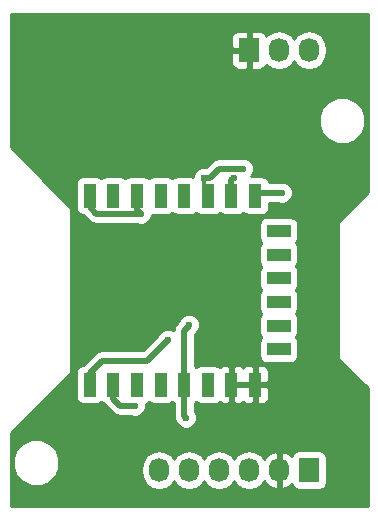
<source format=gbl>
G04 #@! TF.FileFunction,Copper,L2,Bot,Signal*
%FSLAX46Y46*%
G04 Gerber Fmt 4.6, Leading zero omitted, Abs format (unit mm)*
G04 Created by KiCad (PCBNEW 4.0.3-stable) date 10/10/16 00:03:39*
%MOMM*%
%LPD*%
G01*
G04 APERTURE LIST*
%ADD10C,0.100000*%
%ADD11R,1.100000X2.000000*%
%ADD12R,2.000000X1.100000*%
%ADD13R,1.727200X2.032000*%
%ADD14O,1.727200X2.032000*%
%ADD15C,0.600000*%
%ADD16C,0.500000*%
%ADD17C,0.375000*%
%ADD18C,0.254000*%
G04 APERTURE END LIST*
D10*
D11*
X22098000Y-32766000D03*
X20098000Y-32766000D03*
X18098000Y-32766000D03*
X16098000Y-32766000D03*
X14098000Y-32766000D03*
X12098000Y-32766000D03*
X10098000Y-32766000D03*
X8098000Y-32766000D03*
X8098000Y-16766000D03*
X10098000Y-16766000D03*
X12098000Y-16766000D03*
X14098000Y-16766000D03*
X16098000Y-16766000D03*
X18098000Y-16766000D03*
X20098000Y-16766000D03*
X22098000Y-16766000D03*
D12*
X24098000Y-19766000D03*
X24098000Y-21766000D03*
X24098000Y-23766000D03*
X24098000Y-25766000D03*
X24098000Y-27766000D03*
X24098000Y-29766000D03*
D13*
X26670000Y-40005000D03*
D14*
X24130000Y-40005000D03*
X21590000Y-40005000D03*
X19050000Y-40005000D03*
X16510000Y-40005000D03*
X13970000Y-40005000D03*
D13*
X21590000Y-4445000D03*
D14*
X24130000Y-4445000D03*
X26670000Y-4445000D03*
D15*
X23876000Y-10414000D03*
X11430000Y-25146000D03*
X17780000Y-14224000D03*
X21082000Y-34544000D03*
X18288000Y-8382000D03*
X20320000Y-20320000D03*
X24384000Y-16510000D03*
X12446000Y-18288000D03*
X14732000Y-28956000D03*
X11938000Y-34544000D03*
X21082000Y-14478000D03*
X17780000Y-15240000D03*
X20320000Y-15240000D03*
X16510000Y-27686000D03*
X16256000Y-35560000D03*
D16*
X24384000Y-16510000D02*
X22354000Y-16510000D01*
X22354000Y-16510000D02*
X22098000Y-16766000D01*
X12446000Y-18288000D02*
X8636000Y-18288000D01*
X8636000Y-18288000D02*
X8098000Y-17750000D01*
X8098000Y-17750000D02*
X8098000Y-16766000D01*
X12098000Y-17940000D02*
X12098000Y-16766000D01*
X12446000Y-18288000D02*
X12098000Y-17940000D01*
D17*
X8098000Y-32766000D02*
X8098000Y-31780000D01*
D16*
X8098000Y-31780000D02*
X9144000Y-30734000D01*
X9144000Y-30734000D02*
X12954000Y-30734000D01*
X12954000Y-30734000D02*
X14732000Y-28956000D01*
X10098000Y-32766000D02*
X10098000Y-33974000D01*
X10668000Y-34544000D02*
X10098000Y-33974000D01*
X10668000Y-34544000D02*
X11938000Y-34544000D01*
X17780000Y-15240000D02*
X18288000Y-15240000D01*
X19050000Y-14478000D02*
X21082000Y-14478000D01*
X18288000Y-15240000D02*
X19050000Y-14478000D01*
D17*
X17780000Y-15240000D02*
X17780000Y-16448000D01*
X17780000Y-16448000D02*
X18098000Y-16766000D01*
D16*
X20098000Y-16766000D02*
X20098000Y-15462000D01*
X20098000Y-15462000D02*
X20320000Y-15240000D01*
X16510000Y-27686000D02*
X16510000Y-27782000D01*
X16098000Y-28194000D02*
X16510000Y-27782000D01*
X16098000Y-32766000D02*
X16098000Y-28194000D01*
X16098000Y-35402000D02*
X16098000Y-32766000D01*
X16256000Y-35560000D02*
X16098000Y-35402000D01*
D18*
G36*
X31623000Y-16457394D02*
X29120197Y-18960197D01*
X29092334Y-19002211D01*
X29083000Y-19050000D01*
X29083000Y-30480000D01*
X29093006Y-30529410D01*
X29120197Y-30569803D01*
X31623000Y-33072606D01*
X31623000Y-43053000D01*
X1397000Y-43053000D01*
X1397000Y-39763109D01*
X1570657Y-39763109D01*
X1872218Y-40492943D01*
X2430120Y-41051819D01*
X3159427Y-41354654D01*
X3949109Y-41355343D01*
X4678943Y-41053782D01*
X5237819Y-40495880D01*
X5518363Y-39820255D01*
X12471400Y-39820255D01*
X12471400Y-40189745D01*
X12585474Y-40763234D01*
X12910330Y-41249415D01*
X13396511Y-41574271D01*
X13970000Y-41688345D01*
X14543489Y-41574271D01*
X15029670Y-41249415D01*
X15240000Y-40934634D01*
X15450330Y-41249415D01*
X15936511Y-41574271D01*
X16510000Y-41688345D01*
X17083489Y-41574271D01*
X17569670Y-41249415D01*
X17780000Y-40934634D01*
X17990330Y-41249415D01*
X18476511Y-41574271D01*
X19050000Y-41688345D01*
X19623489Y-41574271D01*
X20109670Y-41249415D01*
X20320000Y-40934634D01*
X20530330Y-41249415D01*
X21016511Y-41574271D01*
X21590000Y-41688345D01*
X22163489Y-41574271D01*
X22649670Y-41249415D01*
X22856461Y-40939931D01*
X23227964Y-41355732D01*
X23755209Y-41609709D01*
X23770974Y-41612358D01*
X24003000Y-41491217D01*
X24003000Y-40132000D01*
X23983000Y-40132000D01*
X23983000Y-39878000D01*
X24003000Y-39878000D01*
X24003000Y-38518783D01*
X24257000Y-38518783D01*
X24257000Y-39878000D01*
X24277000Y-39878000D01*
X24277000Y-40132000D01*
X24257000Y-40132000D01*
X24257000Y-41491217D01*
X24489026Y-41612358D01*
X24504791Y-41609709D01*
X25032036Y-41355732D01*
X25188907Y-41180155D01*
X25203238Y-41256317D01*
X25342310Y-41472441D01*
X25554510Y-41617431D01*
X25806400Y-41668440D01*
X27533600Y-41668440D01*
X27768917Y-41624162D01*
X27985041Y-41485090D01*
X28130031Y-41272890D01*
X28181040Y-41021000D01*
X28181040Y-38989000D01*
X28136762Y-38753683D01*
X27997690Y-38537559D01*
X27785490Y-38392569D01*
X27533600Y-38341560D01*
X25806400Y-38341560D01*
X25571083Y-38385838D01*
X25354959Y-38524910D01*
X25209969Y-38737110D01*
X25190768Y-38831927D01*
X25032036Y-38654268D01*
X24504791Y-38400291D01*
X24489026Y-38397642D01*
X24257000Y-38518783D01*
X24003000Y-38518783D01*
X23770974Y-38397642D01*
X23755209Y-38400291D01*
X23227964Y-38654268D01*
X22856461Y-39070069D01*
X22649670Y-38760585D01*
X22163489Y-38435729D01*
X21590000Y-38321655D01*
X21016511Y-38435729D01*
X20530330Y-38760585D01*
X20320000Y-39075366D01*
X20109670Y-38760585D01*
X19623489Y-38435729D01*
X19050000Y-38321655D01*
X18476511Y-38435729D01*
X17990330Y-38760585D01*
X17780000Y-39075366D01*
X17569670Y-38760585D01*
X17083489Y-38435729D01*
X16510000Y-38321655D01*
X15936511Y-38435729D01*
X15450330Y-38760585D01*
X15240000Y-39075366D01*
X15029670Y-38760585D01*
X14543489Y-38435729D01*
X13970000Y-38321655D01*
X13396511Y-38435729D01*
X12910330Y-38760585D01*
X12585474Y-39246766D01*
X12471400Y-39820255D01*
X5518363Y-39820255D01*
X5540654Y-39766573D01*
X5541343Y-38976891D01*
X5239782Y-38247057D01*
X4681880Y-37688181D01*
X3952573Y-37385346D01*
X3162891Y-37384657D01*
X2433057Y-37686218D01*
X1874181Y-38244120D01*
X1571346Y-38973427D01*
X1570657Y-39763109D01*
X1397000Y-39763109D01*
X1397000Y-36882606D01*
X6439803Y-31839803D01*
X6467666Y-31797789D01*
X6473874Y-31766000D01*
X6900560Y-31766000D01*
X6900560Y-33766000D01*
X6944838Y-34001317D01*
X7083910Y-34217441D01*
X7296110Y-34362431D01*
X7548000Y-34413440D01*
X8648000Y-34413440D01*
X8883317Y-34369162D01*
X9099441Y-34230090D01*
X9100390Y-34228701D01*
X9296110Y-34362431D01*
X9316352Y-34366530D01*
X9339384Y-34401000D01*
X9472210Y-34599790D01*
X10042208Y-35169787D01*
X10042210Y-35169790D01*
X10329325Y-35361633D01*
X10385516Y-35372810D01*
X10668000Y-35429001D01*
X10668005Y-35429000D01*
X11631178Y-35429000D01*
X11751201Y-35478838D01*
X12123167Y-35479162D01*
X12466943Y-35337117D01*
X12730192Y-35074327D01*
X12872838Y-34730799D01*
X12873151Y-34371075D01*
X12883317Y-34369162D01*
X13099441Y-34230090D01*
X13100390Y-34228701D01*
X13296110Y-34362431D01*
X13548000Y-34413440D01*
X14648000Y-34413440D01*
X14883317Y-34369162D01*
X15099441Y-34230090D01*
X15100390Y-34228701D01*
X15213000Y-34305644D01*
X15213000Y-35401995D01*
X15212999Y-35402000D01*
X15244428Y-35560000D01*
X15280367Y-35740675D01*
X15381556Y-35892116D01*
X15462883Y-36088943D01*
X15725673Y-36352192D01*
X16069201Y-36494838D01*
X16441167Y-36495162D01*
X16784943Y-36353117D01*
X17048192Y-36090327D01*
X17190838Y-35746799D01*
X17191162Y-35374833D01*
X17049117Y-35031057D01*
X16983000Y-34964825D01*
X16983000Y-34305018D01*
X17099441Y-34230090D01*
X17100390Y-34228701D01*
X17296110Y-34362431D01*
X17548000Y-34413440D01*
X18648000Y-34413440D01*
X18883317Y-34369162D01*
X19099441Y-34230090D01*
X19105377Y-34221402D01*
X19188301Y-34304327D01*
X19421690Y-34401000D01*
X19812250Y-34401000D01*
X19971000Y-34242250D01*
X19971000Y-32893000D01*
X20225000Y-32893000D01*
X20225000Y-34242250D01*
X20383750Y-34401000D01*
X20774310Y-34401000D01*
X21007699Y-34304327D01*
X21098000Y-34214025D01*
X21188301Y-34304327D01*
X21421690Y-34401000D01*
X21812250Y-34401000D01*
X21971000Y-34242250D01*
X21971000Y-32893000D01*
X22225000Y-32893000D01*
X22225000Y-34242250D01*
X22383750Y-34401000D01*
X22774310Y-34401000D01*
X23007699Y-34304327D01*
X23186327Y-34125698D01*
X23283000Y-33892309D01*
X23283000Y-33051750D01*
X23124250Y-32893000D01*
X22225000Y-32893000D01*
X21971000Y-32893000D01*
X20225000Y-32893000D01*
X19971000Y-32893000D01*
X19951000Y-32893000D01*
X19951000Y-32639000D01*
X19971000Y-32639000D01*
X19971000Y-31289750D01*
X20225000Y-31289750D01*
X20225000Y-32639000D01*
X21971000Y-32639000D01*
X21971000Y-31289750D01*
X22225000Y-31289750D01*
X22225000Y-32639000D01*
X23124250Y-32639000D01*
X23283000Y-32480250D01*
X23283000Y-31639691D01*
X23186327Y-31406302D01*
X23007699Y-31227673D01*
X22774310Y-31131000D01*
X22383750Y-31131000D01*
X22225000Y-31289750D01*
X21971000Y-31289750D01*
X21812250Y-31131000D01*
X21421690Y-31131000D01*
X21188301Y-31227673D01*
X21098000Y-31317975D01*
X21007699Y-31227673D01*
X20774310Y-31131000D01*
X20383750Y-31131000D01*
X20225000Y-31289750D01*
X19971000Y-31289750D01*
X19812250Y-31131000D01*
X19421690Y-31131000D01*
X19188301Y-31227673D01*
X19105748Y-31310226D01*
X18899890Y-31169569D01*
X18648000Y-31118560D01*
X17548000Y-31118560D01*
X17312683Y-31162838D01*
X17096559Y-31301910D01*
X17095610Y-31303299D01*
X16983000Y-31226356D01*
X16983000Y-28560579D01*
X17135787Y-28407792D01*
X17135790Y-28407790D01*
X17186659Y-28331658D01*
X17302192Y-28216327D01*
X17444838Y-27872799D01*
X17445162Y-27500833D01*
X17303117Y-27157057D01*
X17040327Y-26893808D01*
X16696799Y-26751162D01*
X16324833Y-26750838D01*
X15981057Y-26892883D01*
X15717808Y-27155673D01*
X15599265Y-27441156D01*
X15472210Y-27568210D01*
X15280367Y-27855325D01*
X15280367Y-27855326D01*
X15222310Y-28147191D01*
X14918799Y-28021162D01*
X14546833Y-28020838D01*
X14203057Y-28162883D01*
X13939808Y-28425673D01*
X13889434Y-28546987D01*
X12587420Y-29849000D01*
X9144000Y-29849000D01*
X8805325Y-29916367D01*
X8518210Y-30108210D01*
X8518208Y-30108213D01*
X7498557Y-31127863D01*
X7312683Y-31162838D01*
X7096559Y-31301910D01*
X6951569Y-31514110D01*
X6900560Y-31766000D01*
X6473874Y-31766000D01*
X6477000Y-31750000D01*
X6477000Y-17780000D01*
X6466994Y-17730590D01*
X6439803Y-17690197D01*
X4515606Y-15766000D01*
X6900560Y-15766000D01*
X6900560Y-17766000D01*
X6944838Y-18001317D01*
X7083910Y-18217441D01*
X7296110Y-18362431D01*
X7500175Y-18403755D01*
X8010208Y-18913787D01*
X8010210Y-18913790D01*
X8297325Y-19105633D01*
X8353516Y-19116810D01*
X8636000Y-19173001D01*
X8636005Y-19173000D01*
X12139178Y-19173000D01*
X12259201Y-19222838D01*
X12631167Y-19223162D01*
X12648500Y-19216000D01*
X22450560Y-19216000D01*
X22450560Y-20316000D01*
X22494838Y-20551317D01*
X22633910Y-20767441D01*
X22635299Y-20768390D01*
X22501569Y-20964110D01*
X22450560Y-21216000D01*
X22450560Y-22316000D01*
X22494838Y-22551317D01*
X22633910Y-22767441D01*
X22635299Y-22768390D01*
X22501569Y-22964110D01*
X22450560Y-23216000D01*
X22450560Y-24316000D01*
X22494838Y-24551317D01*
X22633910Y-24767441D01*
X22635299Y-24768390D01*
X22501569Y-24964110D01*
X22450560Y-25216000D01*
X22450560Y-26316000D01*
X22494838Y-26551317D01*
X22633910Y-26767441D01*
X22635299Y-26768390D01*
X22501569Y-26964110D01*
X22450560Y-27216000D01*
X22450560Y-28316000D01*
X22494838Y-28551317D01*
X22633910Y-28767441D01*
X22635299Y-28768390D01*
X22501569Y-28964110D01*
X22450560Y-29216000D01*
X22450560Y-30316000D01*
X22494838Y-30551317D01*
X22633910Y-30767441D01*
X22846110Y-30912431D01*
X23098000Y-30963440D01*
X25098000Y-30963440D01*
X25333317Y-30919162D01*
X25549441Y-30780090D01*
X25694431Y-30567890D01*
X25745440Y-30316000D01*
X25745440Y-29216000D01*
X25701162Y-28980683D01*
X25562090Y-28764559D01*
X25560701Y-28763610D01*
X25694431Y-28567890D01*
X25745440Y-28316000D01*
X25745440Y-27216000D01*
X25701162Y-26980683D01*
X25562090Y-26764559D01*
X25560701Y-26763610D01*
X25694431Y-26567890D01*
X25745440Y-26316000D01*
X25745440Y-25216000D01*
X25701162Y-24980683D01*
X25562090Y-24764559D01*
X25560701Y-24763610D01*
X25694431Y-24567890D01*
X25745440Y-24316000D01*
X25745440Y-23216000D01*
X25701162Y-22980683D01*
X25562090Y-22764559D01*
X25560701Y-22763610D01*
X25694431Y-22567890D01*
X25745440Y-22316000D01*
X25745440Y-21216000D01*
X25701162Y-20980683D01*
X25562090Y-20764559D01*
X25560701Y-20763610D01*
X25694431Y-20567890D01*
X25745440Y-20316000D01*
X25745440Y-19216000D01*
X25701162Y-18980683D01*
X25562090Y-18764559D01*
X25349890Y-18619569D01*
X25098000Y-18568560D01*
X23098000Y-18568560D01*
X22862683Y-18612838D01*
X22646559Y-18751910D01*
X22501569Y-18964110D01*
X22450560Y-19216000D01*
X12648500Y-19216000D01*
X12974943Y-19081117D01*
X13238192Y-18818327D01*
X13380838Y-18474799D01*
X13380921Y-18379606D01*
X13548000Y-18413440D01*
X14648000Y-18413440D01*
X14883317Y-18369162D01*
X15099441Y-18230090D01*
X15100390Y-18228701D01*
X15296110Y-18362431D01*
X15548000Y-18413440D01*
X16648000Y-18413440D01*
X16883317Y-18369162D01*
X17099441Y-18230090D01*
X17100390Y-18228701D01*
X17296110Y-18362431D01*
X17548000Y-18413440D01*
X18648000Y-18413440D01*
X18883317Y-18369162D01*
X19099441Y-18230090D01*
X19100390Y-18228701D01*
X19296110Y-18362431D01*
X19548000Y-18413440D01*
X20648000Y-18413440D01*
X20883317Y-18369162D01*
X21099441Y-18230090D01*
X21100390Y-18228701D01*
X21296110Y-18362431D01*
X21548000Y-18413440D01*
X22648000Y-18413440D01*
X22883317Y-18369162D01*
X23099441Y-18230090D01*
X23244431Y-18017890D01*
X23295440Y-17766000D01*
X23295440Y-17395000D01*
X24077178Y-17395000D01*
X24197201Y-17444838D01*
X24569167Y-17445162D01*
X24912943Y-17303117D01*
X25176192Y-17040327D01*
X25318838Y-16696799D01*
X25319162Y-16324833D01*
X25177117Y-15981057D01*
X24914327Y-15717808D01*
X24570799Y-15575162D01*
X24198833Y-15574838D01*
X24077431Y-15625000D01*
X23268909Y-15625000D01*
X23251162Y-15530683D01*
X23112090Y-15314559D01*
X22899890Y-15169569D01*
X22648000Y-15118560D01*
X21763766Y-15118560D01*
X21874192Y-15008327D01*
X22016838Y-14664799D01*
X22017162Y-14292833D01*
X21875117Y-13949057D01*
X21612327Y-13685808D01*
X21268799Y-13543162D01*
X20896833Y-13542838D01*
X20775431Y-13593000D01*
X19050005Y-13593000D01*
X19050000Y-13592999D01*
X18767516Y-13649190D01*
X18711325Y-13660367D01*
X18424210Y-13852210D01*
X18424208Y-13852213D01*
X17969950Y-14306470D01*
X17966799Y-14305162D01*
X17594833Y-14304838D01*
X17251057Y-14446883D01*
X16987808Y-14709673D01*
X16845162Y-15053201D01*
X16845070Y-15158468D01*
X16648000Y-15118560D01*
X15548000Y-15118560D01*
X15312683Y-15162838D01*
X15096559Y-15301910D01*
X15095610Y-15303299D01*
X14899890Y-15169569D01*
X14648000Y-15118560D01*
X13548000Y-15118560D01*
X13312683Y-15162838D01*
X13096559Y-15301910D01*
X13095610Y-15303299D01*
X12899890Y-15169569D01*
X12648000Y-15118560D01*
X11548000Y-15118560D01*
X11312683Y-15162838D01*
X11096559Y-15301910D01*
X11095610Y-15303299D01*
X10899890Y-15169569D01*
X10648000Y-15118560D01*
X9548000Y-15118560D01*
X9312683Y-15162838D01*
X9096559Y-15301910D01*
X9095610Y-15303299D01*
X8899890Y-15169569D01*
X8648000Y-15118560D01*
X7548000Y-15118560D01*
X7312683Y-15162838D01*
X7096559Y-15301910D01*
X6951569Y-15514110D01*
X6900560Y-15766000D01*
X4515606Y-15766000D01*
X1397000Y-12647394D01*
X1397000Y-10807109D01*
X27478657Y-10807109D01*
X27780218Y-11536943D01*
X28338120Y-12095819D01*
X29067427Y-12398654D01*
X29857109Y-12399343D01*
X30586943Y-12097782D01*
X31145819Y-11539880D01*
X31448654Y-10810573D01*
X31449343Y-10020891D01*
X31147782Y-9291057D01*
X30589880Y-8732181D01*
X29860573Y-8429346D01*
X29070891Y-8428657D01*
X28341057Y-8730218D01*
X27782181Y-9288120D01*
X27479346Y-10017427D01*
X27478657Y-10807109D01*
X1397000Y-10807109D01*
X1397000Y-4730750D01*
X20091400Y-4730750D01*
X20091400Y-5587309D01*
X20188073Y-5820698D01*
X20366701Y-5999327D01*
X20600090Y-6096000D01*
X21304250Y-6096000D01*
X21463000Y-5937250D01*
X21463000Y-4572000D01*
X20250150Y-4572000D01*
X20091400Y-4730750D01*
X1397000Y-4730750D01*
X1397000Y-3302691D01*
X20091400Y-3302691D01*
X20091400Y-4159250D01*
X20250150Y-4318000D01*
X21463000Y-4318000D01*
X21463000Y-2952750D01*
X21717000Y-2952750D01*
X21717000Y-4318000D01*
X21737000Y-4318000D01*
X21737000Y-4572000D01*
X21717000Y-4572000D01*
X21717000Y-5937250D01*
X21875750Y-6096000D01*
X22579910Y-6096000D01*
X22813299Y-5999327D01*
X22991927Y-5820698D01*
X23055500Y-5667220D01*
X23070330Y-5689415D01*
X23556511Y-6014271D01*
X24130000Y-6128345D01*
X24703489Y-6014271D01*
X25189670Y-5689415D01*
X25400000Y-5374634D01*
X25610330Y-5689415D01*
X26096511Y-6014271D01*
X26670000Y-6128345D01*
X27243489Y-6014271D01*
X27729670Y-5689415D01*
X28054526Y-5203234D01*
X28168600Y-4629745D01*
X28168600Y-4260255D01*
X28054526Y-3686766D01*
X27729670Y-3200585D01*
X27243489Y-2875729D01*
X26670000Y-2761655D01*
X26096511Y-2875729D01*
X25610330Y-3200585D01*
X25400000Y-3515366D01*
X25189670Y-3200585D01*
X24703489Y-2875729D01*
X24130000Y-2761655D01*
X23556511Y-2875729D01*
X23070330Y-3200585D01*
X23055500Y-3222780D01*
X22991927Y-3069302D01*
X22813299Y-2890673D01*
X22579910Y-2794000D01*
X21875750Y-2794000D01*
X21717000Y-2952750D01*
X21463000Y-2952750D01*
X21304250Y-2794000D01*
X20600090Y-2794000D01*
X20366701Y-2890673D01*
X20188073Y-3069302D01*
X20091400Y-3302691D01*
X1397000Y-3302691D01*
X1397000Y-1397000D01*
X31623000Y-1397000D01*
X31623000Y-16457394D01*
X31623000Y-16457394D01*
G37*
X31623000Y-16457394D02*
X29120197Y-18960197D01*
X29092334Y-19002211D01*
X29083000Y-19050000D01*
X29083000Y-30480000D01*
X29093006Y-30529410D01*
X29120197Y-30569803D01*
X31623000Y-33072606D01*
X31623000Y-43053000D01*
X1397000Y-43053000D01*
X1397000Y-39763109D01*
X1570657Y-39763109D01*
X1872218Y-40492943D01*
X2430120Y-41051819D01*
X3159427Y-41354654D01*
X3949109Y-41355343D01*
X4678943Y-41053782D01*
X5237819Y-40495880D01*
X5518363Y-39820255D01*
X12471400Y-39820255D01*
X12471400Y-40189745D01*
X12585474Y-40763234D01*
X12910330Y-41249415D01*
X13396511Y-41574271D01*
X13970000Y-41688345D01*
X14543489Y-41574271D01*
X15029670Y-41249415D01*
X15240000Y-40934634D01*
X15450330Y-41249415D01*
X15936511Y-41574271D01*
X16510000Y-41688345D01*
X17083489Y-41574271D01*
X17569670Y-41249415D01*
X17780000Y-40934634D01*
X17990330Y-41249415D01*
X18476511Y-41574271D01*
X19050000Y-41688345D01*
X19623489Y-41574271D01*
X20109670Y-41249415D01*
X20320000Y-40934634D01*
X20530330Y-41249415D01*
X21016511Y-41574271D01*
X21590000Y-41688345D01*
X22163489Y-41574271D01*
X22649670Y-41249415D01*
X22856461Y-40939931D01*
X23227964Y-41355732D01*
X23755209Y-41609709D01*
X23770974Y-41612358D01*
X24003000Y-41491217D01*
X24003000Y-40132000D01*
X23983000Y-40132000D01*
X23983000Y-39878000D01*
X24003000Y-39878000D01*
X24003000Y-38518783D01*
X24257000Y-38518783D01*
X24257000Y-39878000D01*
X24277000Y-39878000D01*
X24277000Y-40132000D01*
X24257000Y-40132000D01*
X24257000Y-41491217D01*
X24489026Y-41612358D01*
X24504791Y-41609709D01*
X25032036Y-41355732D01*
X25188907Y-41180155D01*
X25203238Y-41256317D01*
X25342310Y-41472441D01*
X25554510Y-41617431D01*
X25806400Y-41668440D01*
X27533600Y-41668440D01*
X27768917Y-41624162D01*
X27985041Y-41485090D01*
X28130031Y-41272890D01*
X28181040Y-41021000D01*
X28181040Y-38989000D01*
X28136762Y-38753683D01*
X27997690Y-38537559D01*
X27785490Y-38392569D01*
X27533600Y-38341560D01*
X25806400Y-38341560D01*
X25571083Y-38385838D01*
X25354959Y-38524910D01*
X25209969Y-38737110D01*
X25190768Y-38831927D01*
X25032036Y-38654268D01*
X24504791Y-38400291D01*
X24489026Y-38397642D01*
X24257000Y-38518783D01*
X24003000Y-38518783D01*
X23770974Y-38397642D01*
X23755209Y-38400291D01*
X23227964Y-38654268D01*
X22856461Y-39070069D01*
X22649670Y-38760585D01*
X22163489Y-38435729D01*
X21590000Y-38321655D01*
X21016511Y-38435729D01*
X20530330Y-38760585D01*
X20320000Y-39075366D01*
X20109670Y-38760585D01*
X19623489Y-38435729D01*
X19050000Y-38321655D01*
X18476511Y-38435729D01*
X17990330Y-38760585D01*
X17780000Y-39075366D01*
X17569670Y-38760585D01*
X17083489Y-38435729D01*
X16510000Y-38321655D01*
X15936511Y-38435729D01*
X15450330Y-38760585D01*
X15240000Y-39075366D01*
X15029670Y-38760585D01*
X14543489Y-38435729D01*
X13970000Y-38321655D01*
X13396511Y-38435729D01*
X12910330Y-38760585D01*
X12585474Y-39246766D01*
X12471400Y-39820255D01*
X5518363Y-39820255D01*
X5540654Y-39766573D01*
X5541343Y-38976891D01*
X5239782Y-38247057D01*
X4681880Y-37688181D01*
X3952573Y-37385346D01*
X3162891Y-37384657D01*
X2433057Y-37686218D01*
X1874181Y-38244120D01*
X1571346Y-38973427D01*
X1570657Y-39763109D01*
X1397000Y-39763109D01*
X1397000Y-36882606D01*
X6439803Y-31839803D01*
X6467666Y-31797789D01*
X6473874Y-31766000D01*
X6900560Y-31766000D01*
X6900560Y-33766000D01*
X6944838Y-34001317D01*
X7083910Y-34217441D01*
X7296110Y-34362431D01*
X7548000Y-34413440D01*
X8648000Y-34413440D01*
X8883317Y-34369162D01*
X9099441Y-34230090D01*
X9100390Y-34228701D01*
X9296110Y-34362431D01*
X9316352Y-34366530D01*
X9339384Y-34401000D01*
X9472210Y-34599790D01*
X10042208Y-35169787D01*
X10042210Y-35169790D01*
X10329325Y-35361633D01*
X10385516Y-35372810D01*
X10668000Y-35429001D01*
X10668005Y-35429000D01*
X11631178Y-35429000D01*
X11751201Y-35478838D01*
X12123167Y-35479162D01*
X12466943Y-35337117D01*
X12730192Y-35074327D01*
X12872838Y-34730799D01*
X12873151Y-34371075D01*
X12883317Y-34369162D01*
X13099441Y-34230090D01*
X13100390Y-34228701D01*
X13296110Y-34362431D01*
X13548000Y-34413440D01*
X14648000Y-34413440D01*
X14883317Y-34369162D01*
X15099441Y-34230090D01*
X15100390Y-34228701D01*
X15213000Y-34305644D01*
X15213000Y-35401995D01*
X15212999Y-35402000D01*
X15244428Y-35560000D01*
X15280367Y-35740675D01*
X15381556Y-35892116D01*
X15462883Y-36088943D01*
X15725673Y-36352192D01*
X16069201Y-36494838D01*
X16441167Y-36495162D01*
X16784943Y-36353117D01*
X17048192Y-36090327D01*
X17190838Y-35746799D01*
X17191162Y-35374833D01*
X17049117Y-35031057D01*
X16983000Y-34964825D01*
X16983000Y-34305018D01*
X17099441Y-34230090D01*
X17100390Y-34228701D01*
X17296110Y-34362431D01*
X17548000Y-34413440D01*
X18648000Y-34413440D01*
X18883317Y-34369162D01*
X19099441Y-34230090D01*
X19105377Y-34221402D01*
X19188301Y-34304327D01*
X19421690Y-34401000D01*
X19812250Y-34401000D01*
X19971000Y-34242250D01*
X19971000Y-32893000D01*
X20225000Y-32893000D01*
X20225000Y-34242250D01*
X20383750Y-34401000D01*
X20774310Y-34401000D01*
X21007699Y-34304327D01*
X21098000Y-34214025D01*
X21188301Y-34304327D01*
X21421690Y-34401000D01*
X21812250Y-34401000D01*
X21971000Y-34242250D01*
X21971000Y-32893000D01*
X22225000Y-32893000D01*
X22225000Y-34242250D01*
X22383750Y-34401000D01*
X22774310Y-34401000D01*
X23007699Y-34304327D01*
X23186327Y-34125698D01*
X23283000Y-33892309D01*
X23283000Y-33051750D01*
X23124250Y-32893000D01*
X22225000Y-32893000D01*
X21971000Y-32893000D01*
X20225000Y-32893000D01*
X19971000Y-32893000D01*
X19951000Y-32893000D01*
X19951000Y-32639000D01*
X19971000Y-32639000D01*
X19971000Y-31289750D01*
X20225000Y-31289750D01*
X20225000Y-32639000D01*
X21971000Y-32639000D01*
X21971000Y-31289750D01*
X22225000Y-31289750D01*
X22225000Y-32639000D01*
X23124250Y-32639000D01*
X23283000Y-32480250D01*
X23283000Y-31639691D01*
X23186327Y-31406302D01*
X23007699Y-31227673D01*
X22774310Y-31131000D01*
X22383750Y-31131000D01*
X22225000Y-31289750D01*
X21971000Y-31289750D01*
X21812250Y-31131000D01*
X21421690Y-31131000D01*
X21188301Y-31227673D01*
X21098000Y-31317975D01*
X21007699Y-31227673D01*
X20774310Y-31131000D01*
X20383750Y-31131000D01*
X20225000Y-31289750D01*
X19971000Y-31289750D01*
X19812250Y-31131000D01*
X19421690Y-31131000D01*
X19188301Y-31227673D01*
X19105748Y-31310226D01*
X18899890Y-31169569D01*
X18648000Y-31118560D01*
X17548000Y-31118560D01*
X17312683Y-31162838D01*
X17096559Y-31301910D01*
X17095610Y-31303299D01*
X16983000Y-31226356D01*
X16983000Y-28560579D01*
X17135787Y-28407792D01*
X17135790Y-28407790D01*
X17186659Y-28331658D01*
X17302192Y-28216327D01*
X17444838Y-27872799D01*
X17445162Y-27500833D01*
X17303117Y-27157057D01*
X17040327Y-26893808D01*
X16696799Y-26751162D01*
X16324833Y-26750838D01*
X15981057Y-26892883D01*
X15717808Y-27155673D01*
X15599265Y-27441156D01*
X15472210Y-27568210D01*
X15280367Y-27855325D01*
X15280367Y-27855326D01*
X15222310Y-28147191D01*
X14918799Y-28021162D01*
X14546833Y-28020838D01*
X14203057Y-28162883D01*
X13939808Y-28425673D01*
X13889434Y-28546987D01*
X12587420Y-29849000D01*
X9144000Y-29849000D01*
X8805325Y-29916367D01*
X8518210Y-30108210D01*
X8518208Y-30108213D01*
X7498557Y-31127863D01*
X7312683Y-31162838D01*
X7096559Y-31301910D01*
X6951569Y-31514110D01*
X6900560Y-31766000D01*
X6473874Y-31766000D01*
X6477000Y-31750000D01*
X6477000Y-17780000D01*
X6466994Y-17730590D01*
X6439803Y-17690197D01*
X4515606Y-15766000D01*
X6900560Y-15766000D01*
X6900560Y-17766000D01*
X6944838Y-18001317D01*
X7083910Y-18217441D01*
X7296110Y-18362431D01*
X7500175Y-18403755D01*
X8010208Y-18913787D01*
X8010210Y-18913790D01*
X8297325Y-19105633D01*
X8353516Y-19116810D01*
X8636000Y-19173001D01*
X8636005Y-19173000D01*
X12139178Y-19173000D01*
X12259201Y-19222838D01*
X12631167Y-19223162D01*
X12648500Y-19216000D01*
X22450560Y-19216000D01*
X22450560Y-20316000D01*
X22494838Y-20551317D01*
X22633910Y-20767441D01*
X22635299Y-20768390D01*
X22501569Y-20964110D01*
X22450560Y-21216000D01*
X22450560Y-22316000D01*
X22494838Y-22551317D01*
X22633910Y-22767441D01*
X22635299Y-22768390D01*
X22501569Y-22964110D01*
X22450560Y-23216000D01*
X22450560Y-24316000D01*
X22494838Y-24551317D01*
X22633910Y-24767441D01*
X22635299Y-24768390D01*
X22501569Y-24964110D01*
X22450560Y-25216000D01*
X22450560Y-26316000D01*
X22494838Y-26551317D01*
X22633910Y-26767441D01*
X22635299Y-26768390D01*
X22501569Y-26964110D01*
X22450560Y-27216000D01*
X22450560Y-28316000D01*
X22494838Y-28551317D01*
X22633910Y-28767441D01*
X22635299Y-28768390D01*
X22501569Y-28964110D01*
X22450560Y-29216000D01*
X22450560Y-30316000D01*
X22494838Y-30551317D01*
X22633910Y-30767441D01*
X22846110Y-30912431D01*
X23098000Y-30963440D01*
X25098000Y-30963440D01*
X25333317Y-30919162D01*
X25549441Y-30780090D01*
X25694431Y-30567890D01*
X25745440Y-30316000D01*
X25745440Y-29216000D01*
X25701162Y-28980683D01*
X25562090Y-28764559D01*
X25560701Y-28763610D01*
X25694431Y-28567890D01*
X25745440Y-28316000D01*
X25745440Y-27216000D01*
X25701162Y-26980683D01*
X25562090Y-26764559D01*
X25560701Y-26763610D01*
X25694431Y-26567890D01*
X25745440Y-26316000D01*
X25745440Y-25216000D01*
X25701162Y-24980683D01*
X25562090Y-24764559D01*
X25560701Y-24763610D01*
X25694431Y-24567890D01*
X25745440Y-24316000D01*
X25745440Y-23216000D01*
X25701162Y-22980683D01*
X25562090Y-22764559D01*
X25560701Y-22763610D01*
X25694431Y-22567890D01*
X25745440Y-22316000D01*
X25745440Y-21216000D01*
X25701162Y-20980683D01*
X25562090Y-20764559D01*
X25560701Y-20763610D01*
X25694431Y-20567890D01*
X25745440Y-20316000D01*
X25745440Y-19216000D01*
X25701162Y-18980683D01*
X25562090Y-18764559D01*
X25349890Y-18619569D01*
X25098000Y-18568560D01*
X23098000Y-18568560D01*
X22862683Y-18612838D01*
X22646559Y-18751910D01*
X22501569Y-18964110D01*
X22450560Y-19216000D01*
X12648500Y-19216000D01*
X12974943Y-19081117D01*
X13238192Y-18818327D01*
X13380838Y-18474799D01*
X13380921Y-18379606D01*
X13548000Y-18413440D01*
X14648000Y-18413440D01*
X14883317Y-18369162D01*
X15099441Y-18230090D01*
X15100390Y-18228701D01*
X15296110Y-18362431D01*
X15548000Y-18413440D01*
X16648000Y-18413440D01*
X16883317Y-18369162D01*
X17099441Y-18230090D01*
X17100390Y-18228701D01*
X17296110Y-18362431D01*
X17548000Y-18413440D01*
X18648000Y-18413440D01*
X18883317Y-18369162D01*
X19099441Y-18230090D01*
X19100390Y-18228701D01*
X19296110Y-18362431D01*
X19548000Y-18413440D01*
X20648000Y-18413440D01*
X20883317Y-18369162D01*
X21099441Y-18230090D01*
X21100390Y-18228701D01*
X21296110Y-18362431D01*
X21548000Y-18413440D01*
X22648000Y-18413440D01*
X22883317Y-18369162D01*
X23099441Y-18230090D01*
X23244431Y-18017890D01*
X23295440Y-17766000D01*
X23295440Y-17395000D01*
X24077178Y-17395000D01*
X24197201Y-17444838D01*
X24569167Y-17445162D01*
X24912943Y-17303117D01*
X25176192Y-17040327D01*
X25318838Y-16696799D01*
X25319162Y-16324833D01*
X25177117Y-15981057D01*
X24914327Y-15717808D01*
X24570799Y-15575162D01*
X24198833Y-15574838D01*
X24077431Y-15625000D01*
X23268909Y-15625000D01*
X23251162Y-15530683D01*
X23112090Y-15314559D01*
X22899890Y-15169569D01*
X22648000Y-15118560D01*
X21763766Y-15118560D01*
X21874192Y-15008327D01*
X22016838Y-14664799D01*
X22017162Y-14292833D01*
X21875117Y-13949057D01*
X21612327Y-13685808D01*
X21268799Y-13543162D01*
X20896833Y-13542838D01*
X20775431Y-13593000D01*
X19050005Y-13593000D01*
X19050000Y-13592999D01*
X18767516Y-13649190D01*
X18711325Y-13660367D01*
X18424210Y-13852210D01*
X18424208Y-13852213D01*
X17969950Y-14306470D01*
X17966799Y-14305162D01*
X17594833Y-14304838D01*
X17251057Y-14446883D01*
X16987808Y-14709673D01*
X16845162Y-15053201D01*
X16845070Y-15158468D01*
X16648000Y-15118560D01*
X15548000Y-15118560D01*
X15312683Y-15162838D01*
X15096559Y-15301910D01*
X15095610Y-15303299D01*
X14899890Y-15169569D01*
X14648000Y-15118560D01*
X13548000Y-15118560D01*
X13312683Y-15162838D01*
X13096559Y-15301910D01*
X13095610Y-15303299D01*
X12899890Y-15169569D01*
X12648000Y-15118560D01*
X11548000Y-15118560D01*
X11312683Y-15162838D01*
X11096559Y-15301910D01*
X11095610Y-15303299D01*
X10899890Y-15169569D01*
X10648000Y-15118560D01*
X9548000Y-15118560D01*
X9312683Y-15162838D01*
X9096559Y-15301910D01*
X9095610Y-15303299D01*
X8899890Y-15169569D01*
X8648000Y-15118560D01*
X7548000Y-15118560D01*
X7312683Y-15162838D01*
X7096559Y-15301910D01*
X6951569Y-15514110D01*
X6900560Y-15766000D01*
X4515606Y-15766000D01*
X1397000Y-12647394D01*
X1397000Y-10807109D01*
X27478657Y-10807109D01*
X27780218Y-11536943D01*
X28338120Y-12095819D01*
X29067427Y-12398654D01*
X29857109Y-12399343D01*
X30586943Y-12097782D01*
X31145819Y-11539880D01*
X31448654Y-10810573D01*
X31449343Y-10020891D01*
X31147782Y-9291057D01*
X30589880Y-8732181D01*
X29860573Y-8429346D01*
X29070891Y-8428657D01*
X28341057Y-8730218D01*
X27782181Y-9288120D01*
X27479346Y-10017427D01*
X27478657Y-10807109D01*
X1397000Y-10807109D01*
X1397000Y-4730750D01*
X20091400Y-4730750D01*
X20091400Y-5587309D01*
X20188073Y-5820698D01*
X20366701Y-5999327D01*
X20600090Y-6096000D01*
X21304250Y-6096000D01*
X21463000Y-5937250D01*
X21463000Y-4572000D01*
X20250150Y-4572000D01*
X20091400Y-4730750D01*
X1397000Y-4730750D01*
X1397000Y-3302691D01*
X20091400Y-3302691D01*
X20091400Y-4159250D01*
X20250150Y-4318000D01*
X21463000Y-4318000D01*
X21463000Y-2952750D01*
X21717000Y-2952750D01*
X21717000Y-4318000D01*
X21737000Y-4318000D01*
X21737000Y-4572000D01*
X21717000Y-4572000D01*
X21717000Y-5937250D01*
X21875750Y-6096000D01*
X22579910Y-6096000D01*
X22813299Y-5999327D01*
X22991927Y-5820698D01*
X23055500Y-5667220D01*
X23070330Y-5689415D01*
X23556511Y-6014271D01*
X24130000Y-6128345D01*
X24703489Y-6014271D01*
X25189670Y-5689415D01*
X25400000Y-5374634D01*
X25610330Y-5689415D01*
X26096511Y-6014271D01*
X26670000Y-6128345D01*
X27243489Y-6014271D01*
X27729670Y-5689415D01*
X28054526Y-5203234D01*
X28168600Y-4629745D01*
X28168600Y-4260255D01*
X28054526Y-3686766D01*
X27729670Y-3200585D01*
X27243489Y-2875729D01*
X26670000Y-2761655D01*
X26096511Y-2875729D01*
X25610330Y-3200585D01*
X25400000Y-3515366D01*
X25189670Y-3200585D01*
X24703489Y-2875729D01*
X24130000Y-2761655D01*
X23556511Y-2875729D01*
X23070330Y-3200585D01*
X23055500Y-3222780D01*
X22991927Y-3069302D01*
X22813299Y-2890673D01*
X22579910Y-2794000D01*
X21875750Y-2794000D01*
X21717000Y-2952750D01*
X21463000Y-2952750D01*
X21304250Y-2794000D01*
X20600090Y-2794000D01*
X20366701Y-2890673D01*
X20188073Y-3069302D01*
X20091400Y-3302691D01*
X1397000Y-3302691D01*
X1397000Y-1397000D01*
X31623000Y-1397000D01*
X31623000Y-16457394D01*
M02*

</source>
